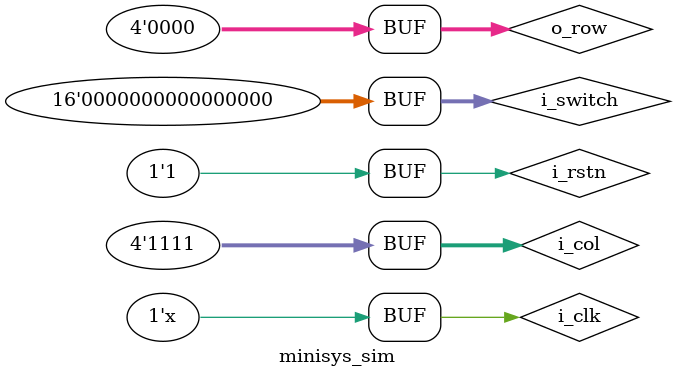
<source format=v>
`timescale 1ns / 1ps


module minisys_sim(
	);
	reg		i_clk = 0;				// ½Ó°åÊ±ÖÓ100MHz  E3
	reg		i_rstn = 0;				// ½Ó°åµÍµçÆ½¸´Î»  C12
	
	reg		[15:0] i_switch = 0;	// ²¦Âë¿ª¹ØÊäÈë½Ó¿Ú
	reg		[ 3:0] i_col = 0;
	wire	[ 3:0] o_row = 0;		// 4*4¼üÅÌ½Ó¿Ú
	
	wire	[ 7:0] o_digit;			// ÊýÂë¹ÜÊä³ö½Ó¿Ú
	wire	[ 7:0] o_digit_en;
	wire	[15:0] o_led;			// o_ledµÆÊä³ö½Ó¿Ú
	
//	wire	o_pwm;					// PWMÊä³ö½Ó¿Ú

	minisys MINISYS_TEST(
		.i_clk(i_clk),
		.i_rstn(i_rstn),
		.i_switch(i_switch),
		.i_col(i_col),
		.o_row(o_row),
		.o_digit(o_digit),
		.o_digit_en(o_digit_en),
		.o_led(o_led)
//		.o_pwm(o_pwm)
		);
		
	initial begin
		#20 i_rstn = 1'b1; i_col = 4'b1111;
		#5000 i_col = 4'b1110;
		#20 i_col = 4'b1111;
	end
	
	always #5 i_clk = ~i_clk;
endmodule

</source>
